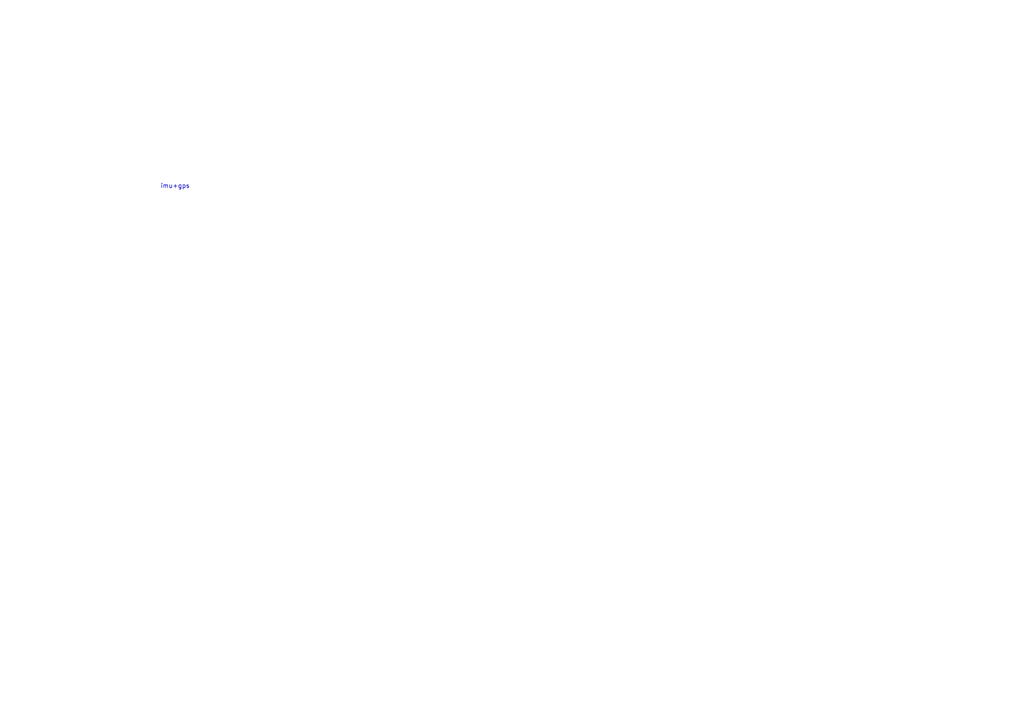
<source format=kicad_sch>
(kicad_sch
	(version 20250114)
	(generator "eeschema")
	(generator_version "9.0")
	(uuid "b62a8c25-47c8-4153-af8e-5388faf9280c")
	(paper "A4")
	(lib_symbols)
	(text "imu+gps\n"
		(exclude_from_sim no)
		(at 50.8 54.102 0)
		(effects
			(font
				(size 1.27 1.27)
			)
		)
		(uuid "b2b651c8-c2bb-426b-87ec-e0f0623263a1")
	)
)

</source>
